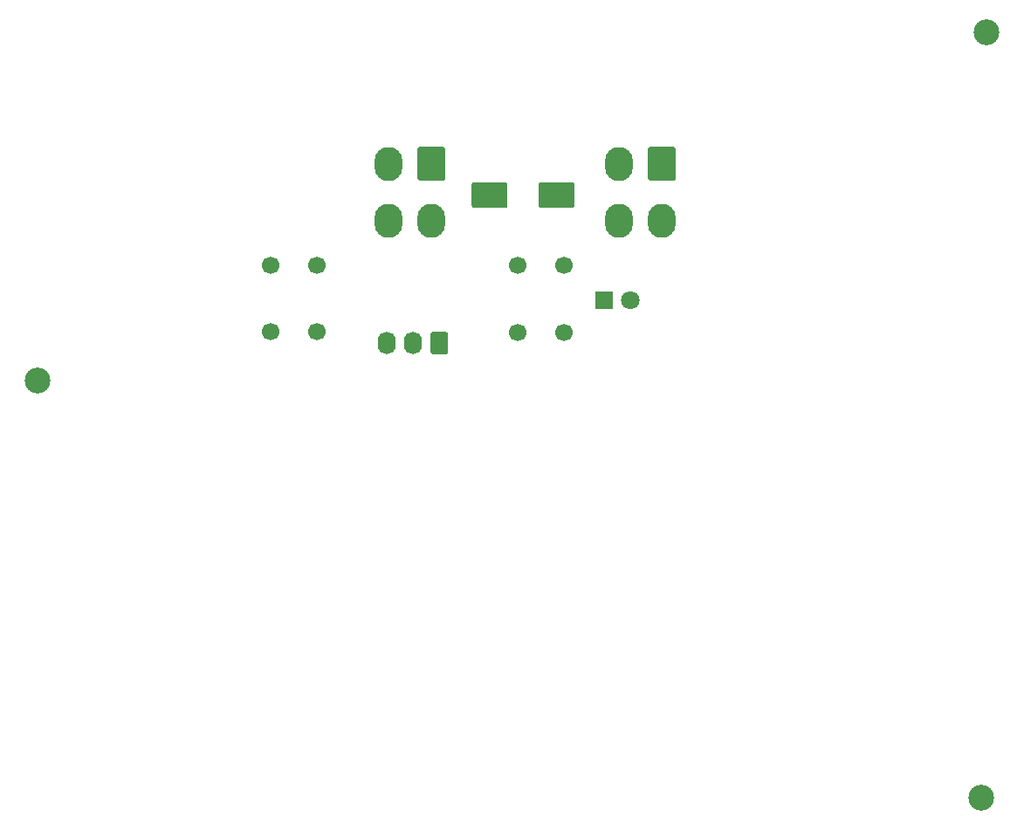
<source format=gbr>
%TF.GenerationSoftware,KiCad,Pcbnew,(5.1.12-1-10_14)*%
%TF.CreationDate,2021-11-28T14:02:16+11:00*%
%TF.ProjectId,ewi_v3,6577695f-7633-42e6-9b69-6361645f7063,rev?*%
%TF.SameCoordinates,Original*%
%TF.FileFunction,Soldermask,Bot*%
%TF.FilePolarity,Negative*%
%FSLAX46Y46*%
G04 Gerber Fmt 4.6, Leading zero omitted, Abs format (unit mm)*
G04 Created by KiCad (PCBNEW (5.1.12-1-10_14)) date 2021-11-28 14:02:16*
%MOMM*%
%LPD*%
G01*
G04 APERTURE LIST*
%ADD10C,1.700000*%
%ADD11O,1.740000X2.190000*%
%ADD12O,2.700000X3.300000*%
%ADD13C,2.500000*%
%ADD14C,1.800000*%
%ADD15R,1.800000X1.800000*%
G04 APERTURE END LIST*
D10*
%TO.C,SW2*%
X154749499Y-83492597D03*
X154749499Y-89992597D03*
X150249499Y-83492597D03*
X150249499Y-89992597D03*
%TD*%
%TO.C,SW1*%
X130784599Y-83479897D03*
X130784599Y-89979897D03*
X126284599Y-83479897D03*
X126284599Y-89979897D03*
%TD*%
D11*
%TO.C,J3*%
X137540999Y-91049097D03*
X140080999Y-91049097D03*
G36*
G01*
X143490999Y-90204096D02*
X143490999Y-91894098D01*
G75*
G02*
X143241000Y-92144097I-249999J0D01*
G01*
X142000998Y-92144097D01*
G75*
G02*
X141750999Y-91894098I0J249999D01*
G01*
X141750999Y-90204096D01*
G75*
G02*
X142000998Y-89954097I249999J0D01*
G01*
X143241000Y-89954097D01*
G75*
G02*
X143490999Y-90204096I0J-249999D01*
G01*
G37*
%TD*%
D12*
%TO.C,J2*%
X160010999Y-79150097D03*
X164210999Y-79150097D03*
X160010999Y-73650097D03*
G36*
G01*
X165560999Y-72250098D02*
X165560999Y-75050096D01*
G75*
G02*
X165310998Y-75300097I-250001J0D01*
G01*
X163111000Y-75300097D01*
G75*
G02*
X162860999Y-75050096I0J250001D01*
G01*
X162860999Y-72250098D01*
G75*
G02*
X163111000Y-72000097I250001J0D01*
G01*
X165310998Y-72000097D01*
G75*
G02*
X165560999Y-72250098I0J-250001D01*
G01*
G37*
%TD*%
%TO.C,J1*%
X137658999Y-79150097D03*
X141858999Y-79150097D03*
X137658999Y-73650097D03*
G36*
G01*
X143208999Y-72250098D02*
X143208999Y-75050096D01*
G75*
G02*
X142958998Y-75300097I-250001J0D01*
G01*
X140759000Y-75300097D01*
G75*
G02*
X140508999Y-75050096I0J250001D01*
G01*
X140508999Y-72250098D01*
G75*
G02*
X140759000Y-72000097I250001J0D01*
G01*
X142958998Y-72000097D01*
G75*
G02*
X143208999Y-72250098I0J-250001D01*
G01*
G37*
%TD*%
D13*
%TO.C,H3*%
X195198999Y-135118097D03*
%TD*%
%TO.C,H2*%
X195706999Y-60928251D03*
%TD*%
%TO.C,H1*%
X103632000Y-94699611D03*
%TD*%
D14*
%TO.C,D1*%
X161162999Y-86858097D03*
D15*
X158622999Y-86858097D03*
%TD*%
%TO.C,C1*%
G36*
G01*
X152248999Y-77698097D02*
X152248999Y-75698097D01*
G75*
G02*
X152498999Y-75448097I250000J0D01*
G01*
X155498999Y-75448097D01*
G75*
G02*
X155748999Y-75698097I0J-250000D01*
G01*
X155748999Y-77698097D01*
G75*
G02*
X155498999Y-77948097I-250000J0D01*
G01*
X152498999Y-77948097D01*
G75*
G02*
X152248999Y-77698097I0J250000D01*
G01*
G37*
G36*
G01*
X145748999Y-77698097D02*
X145748999Y-75698097D01*
G75*
G02*
X145998999Y-75448097I250000J0D01*
G01*
X148998999Y-75448097D01*
G75*
G02*
X149248999Y-75698097I0J-250000D01*
G01*
X149248999Y-77698097D01*
G75*
G02*
X148998999Y-77948097I-250000J0D01*
G01*
X145998999Y-77948097D01*
G75*
G02*
X145748999Y-77698097I0J250000D01*
G01*
G37*
%TD*%
M02*

</source>
